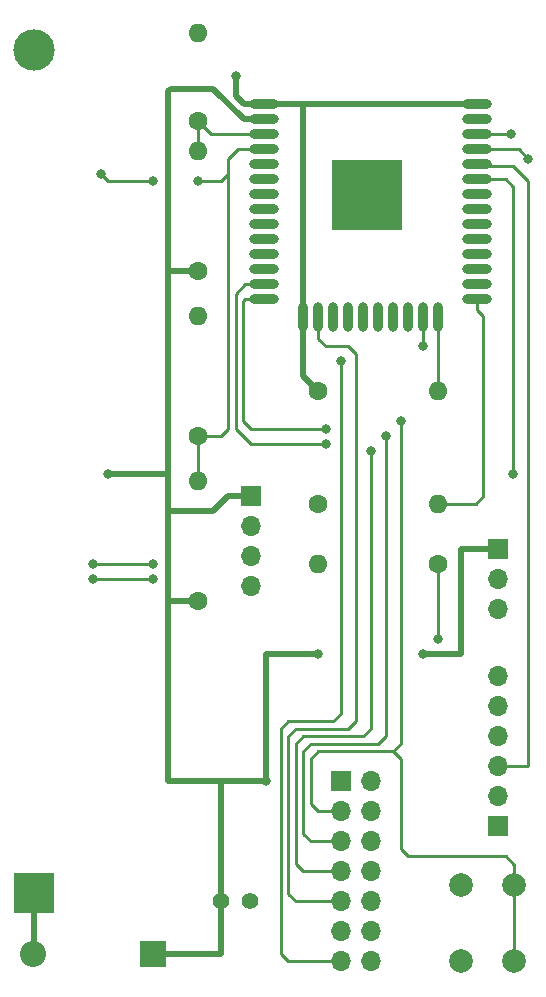
<source format=gtl>
G04 #@! TF.GenerationSoftware,KiCad,Pcbnew,(5.0.0-3-g5ebb6b6)*
G04 #@! TF.CreationDate,2018-08-01T17:04:44+02:00*
G04 #@! TF.ProjectId,esp32-sensornode,65737033322D73656E736F726E6F6465,rev?*
G04 #@! TF.SameCoordinates,Original*
G04 #@! TF.FileFunction,Copper,L1,Top,Signal*
G04 #@! TF.FilePolarity,Positive*
%FSLAX46Y46*%
G04 Gerber Fmt 4.6, Leading zero omitted, Abs format (unit mm)*
G04 Created by KiCad (PCBNEW (5.0.0-3-g5ebb6b6)) date Wednesday, 01. August 2018 um 17:04:44*
%MOMM*%
%LPD*%
G01*
G04 APERTURE LIST*
G04 #@! TA.AperFunction,ComponentPad*
%ADD10C,3.500000*%
G04 #@! TD*
G04 #@! TA.AperFunction,ComponentPad*
%ADD11R,3.500000X3.500000*%
G04 #@! TD*
G04 #@! TA.AperFunction,ComponentPad*
%ADD12C,1.600000*%
G04 #@! TD*
G04 #@! TA.AperFunction,ComponentPad*
%ADD13O,1.600000X1.600000*%
G04 #@! TD*
G04 #@! TA.AperFunction,ComponentPad*
%ADD14C,1.400000*%
G04 #@! TD*
G04 #@! TA.AperFunction,ComponentPad*
%ADD15R,2.200000X2.200000*%
G04 #@! TD*
G04 #@! TA.AperFunction,ComponentPad*
%ADD16O,2.200000X2.200000*%
G04 #@! TD*
G04 #@! TA.AperFunction,ComponentPad*
%ADD17R,1.700000X1.700000*%
G04 #@! TD*
G04 #@! TA.AperFunction,ComponentPad*
%ADD18O,1.700000X1.700000*%
G04 #@! TD*
G04 #@! TA.AperFunction,SMDPad,CuDef*
%ADD19O,2.500000X0.900000*%
G04 #@! TD*
G04 #@! TA.AperFunction,SMDPad,CuDef*
%ADD20O,0.900000X2.500000*%
G04 #@! TD*
G04 #@! TA.AperFunction,SMDPad,CuDef*
%ADD21R,6.000000X6.000000*%
G04 #@! TD*
G04 #@! TA.AperFunction,ComponentPad*
%ADD22C,2.000000*%
G04 #@! TD*
G04 #@! TA.AperFunction,ViaPad*
%ADD23C,0.800000*%
G04 #@! TD*
G04 #@! TA.AperFunction,Conductor*
%ADD24C,0.500000*%
G04 #@! TD*
G04 #@! TA.AperFunction,Conductor*
%ADD25C,0.250000*%
G04 #@! TD*
G04 APERTURE END LIST*
D10*
G04 #@! TO.P,BT1,2*
G04 #@! TO.N,GND*
X189280000Y-53650000D03*
D11*
G04 #@! TO.P,BT1,1*
G04 #@! TO.N,Net-(BT1-Pad1)*
X189280000Y-125050000D03*
G04 #@! TD*
D12*
G04 #@! TO.P,C1,1*
G04 #@! TO.N,Net-(C1-Pad1)*
X203200000Y-59690000D03*
D13*
G04 #@! TO.P,C1,2*
G04 #@! TO.N,GND*
X203200000Y-52190000D03*
G04 #@! TD*
D14*
G04 #@! TO.P,C3,1*
G04 #@! TO.N,VCC*
X205105000Y-125730000D03*
G04 #@! TO.P,C3,2*
G04 #@! TO.N,GND*
X207605000Y-125730000D03*
G04 #@! TD*
D15*
G04 #@! TO.P,D1,1*
G04 #@! TO.N,VCC*
X199390000Y-130175000D03*
D16*
G04 #@! TO.P,D1,2*
G04 #@! TO.N,Net-(BT1-Pad1)*
X189230000Y-130175000D03*
G04 #@! TD*
D17*
G04 #@! TO.P,J2,1*
G04 #@! TO.N,Net-(J2-Pad1)*
X228600000Y-119380000D03*
D18*
G04 #@! TO.P,J2,2*
G04 #@! TO.N,/TX*
X228600000Y-116840000D03*
G04 #@! TO.P,J2,3*
G04 #@! TO.N,/RX*
X228600000Y-114300000D03*
G04 #@! TO.P,J2,4*
G04 #@! TO.N,Net-(J2-Pad4)*
X228600000Y-111760000D03*
G04 #@! TO.P,J2,5*
G04 #@! TO.N,Net-(J2-Pad5)*
X228600000Y-109220000D03*
G04 #@! TO.P,J2,6*
G04 #@! TO.N,GND*
X228600000Y-106680000D03*
G04 #@! TD*
D17*
G04 #@! TO.P,J3,1*
G04 #@! TO.N,VCC*
X207645000Y-91440000D03*
D18*
G04 #@! TO.P,J3,2*
G04 #@! TO.N,GND*
X207645000Y-93980000D03*
G04 #@! TO.P,J3,3*
G04 #@! TO.N,SCL*
X207645000Y-96520000D03*
G04 #@! TO.P,J3,4*
G04 #@! TO.N,SDA*
X207645000Y-99060000D03*
G04 #@! TD*
D17*
G04 #@! TO.P,J4,1*
G04 #@! TO.N,VCC*
X228600000Y-95885000D03*
D18*
G04 #@! TO.P,J4,2*
G04 #@! TO.N,Net-(J4-Pad2)*
X228600000Y-98425000D03*
G04 #@! TO.P,J4,3*
G04 #@! TO.N,GND*
X228600000Y-100965000D03*
G04 #@! TD*
D12*
G04 #@! TO.P,R1,1*
G04 #@! TO.N,VCC*
X203200000Y-72390000D03*
D13*
G04 #@! TO.P,R1,2*
G04 #@! TO.N,Net-(C1-Pad1)*
X203200000Y-62230000D03*
G04 #@! TD*
G04 #@! TO.P,R2,2*
G04 #@! TO.N,Net-(R2-Pad2)*
X223520000Y-82550000D03*
D12*
G04 #@! TO.P,R2,1*
G04 #@! TO.N,GND*
X213360000Y-82550000D03*
G04 #@! TD*
D13*
G04 #@! TO.P,R3,2*
G04 #@! TO.N,/BOOT*
X223520000Y-92075000D03*
D12*
G04 #@! TO.P,R3,1*
G04 #@! TO.N,Net-(J4-Pad2)*
X213360000Y-92075000D03*
G04 #@! TD*
G04 #@! TO.P,R6,1*
G04 #@! TO.N,VCC*
X203200000Y-100330000D03*
D13*
G04 #@! TO.P,R6,2*
G04 #@! TO.N,VCC_SENS*
X203200000Y-90170000D03*
G04 #@! TD*
D12*
G04 #@! TO.P,R7,1*
G04 #@! TO.N,VCC_SENS*
X203200000Y-86360000D03*
D13*
G04 #@! TO.P,R7,2*
G04 #@! TO.N,GND*
X203200000Y-76200000D03*
G04 #@! TD*
D19*
G04 #@! TO.P,U1,38*
G04 #@! TO.N,GND*
X226805000Y-58250000D03*
G04 #@! TO.P,U1,37*
G04 #@! TO.N,Net-(U1-Pad37)*
X226805000Y-59520000D03*
G04 #@! TO.P,U1,36*
G04 #@! TO.N,SCL*
X226805000Y-60790000D03*
G04 #@! TO.P,U1,35*
G04 #@! TO.N,/TX*
X226805000Y-62060000D03*
G04 #@! TO.P,U1,34*
G04 #@! TO.N,/RX*
X226805000Y-63330000D03*
G04 #@! TO.P,U1,33*
G04 #@! TO.N,SDA*
X226805000Y-64600000D03*
G04 #@! TO.P,U1,32*
G04 #@! TO.N,Net-(U1-Pad32)*
X226805000Y-65870000D03*
G04 #@! TO.P,U1,31*
G04 #@! TO.N,Net-(U1-Pad31)*
X226805000Y-67140000D03*
G04 #@! TO.P,U1,30*
G04 #@! TO.N,Net-(U1-Pad30)*
X226805000Y-68410000D03*
G04 #@! TO.P,U1,29*
G04 #@! TO.N,Net-(U1-Pad29)*
X226805000Y-69680000D03*
G04 #@! TO.P,U1,28*
G04 #@! TO.N,Net-(U1-Pad28)*
X226805000Y-70950000D03*
G04 #@! TO.P,U1,27*
G04 #@! TO.N,Net-(U1-Pad27)*
X226805000Y-72220000D03*
G04 #@! TO.P,U1,26*
G04 #@! TO.N,Net-(U1-Pad26)*
X226805000Y-73490000D03*
G04 #@! TO.P,U1,25*
G04 #@! TO.N,/BOOT*
X226805000Y-74760000D03*
D20*
G04 #@! TO.P,U1,24*
G04 #@! TO.N,Net-(R2-Pad2)*
X223520000Y-76250000D03*
G04 #@! TO.P,U1,23*
G04 #@! TO.N,Net-(J1-Pad13)*
X222250000Y-76250000D03*
G04 #@! TO.P,U1,22*
G04 #@! TO.N,Net-(U1-Pad22)*
X220980000Y-76250000D03*
G04 #@! TO.P,U1,21*
G04 #@! TO.N,Net-(U1-Pad21)*
X219710000Y-76250000D03*
G04 #@! TO.P,U1,20*
G04 #@! TO.N,Net-(U1-Pad20)*
X218440000Y-76250000D03*
G04 #@! TO.P,U1,19*
G04 #@! TO.N,Net-(U1-Pad19)*
X217170000Y-76250000D03*
G04 #@! TO.P,U1,18*
G04 #@! TO.N,Net-(U1-Pad18)*
X215900000Y-76250000D03*
G04 #@! TO.P,U1,17*
G04 #@! TO.N,Net-(U1-Pad17)*
X214630000Y-76250000D03*
G04 #@! TO.P,U1,16*
G04 #@! TO.N,Net-(J1-Pad9)*
X213360000Y-76250000D03*
G04 #@! TO.P,U1,15*
G04 #@! TO.N,GND*
X212090000Y-76250000D03*
D19*
G04 #@! TO.P,U1,14*
G04 #@! TO.N,Net-(J1-Pad5)*
X208805000Y-74760000D03*
G04 #@! TO.P,U1,13*
G04 #@! TO.N,Net-(J1-Pad7)*
X208805000Y-73490000D03*
G04 #@! TO.P,U1,12*
G04 #@! TO.N,Net-(U1-Pad12)*
X208805000Y-72220000D03*
G04 #@! TO.P,U1,11*
G04 #@! TO.N,Net-(U1-Pad11)*
X208805000Y-70950000D03*
G04 #@! TO.P,U1,10*
G04 #@! TO.N,Net-(U1-Pad10)*
X208805000Y-69680000D03*
G04 #@! TO.P,U1,9*
G04 #@! TO.N,Net-(U1-Pad9)*
X208805000Y-68410000D03*
G04 #@! TO.P,U1,8*
G04 #@! TO.N,Net-(U1-Pad8)*
X208805000Y-67140000D03*
G04 #@! TO.P,U1,7*
G04 #@! TO.N,Net-(U1-Pad7)*
X208805000Y-65870000D03*
G04 #@! TO.P,U1,6*
G04 #@! TO.N,Net-(U1-Pad6)*
X208805000Y-64600000D03*
G04 #@! TO.P,U1,5*
G04 #@! TO.N,Net-(U1-Pad5)*
X208805000Y-63330000D03*
G04 #@! TO.P,U1,4*
G04 #@! TO.N,VCC_SENS*
X208805000Y-62060000D03*
G04 #@! TO.P,U1,3*
G04 #@! TO.N,Net-(C1-Pad1)*
X208805000Y-60790000D03*
G04 #@! TO.P,U1,2*
G04 #@! TO.N,VCC*
X208805000Y-59520000D03*
G04 #@! TO.P,U1,1*
G04 #@! TO.N,GND*
X208805000Y-58250000D03*
D21*
G04 #@! TO.P,U1,39*
G04 #@! TO.N,Net-(U1-Pad39)*
X217505000Y-65950000D03*
G04 #@! TD*
D22*
G04 #@! TO.P,SW1,2*
G04 #@! TO.N,Net-(C1-Pad1)*
X229925000Y-130810000D03*
G04 #@! TO.P,SW1,1*
G04 #@! TO.N,Net-(R8-Pad1)*
X225425000Y-130810000D03*
G04 #@! TO.P,SW1,2*
G04 #@! TO.N,Net-(C1-Pad1)*
X229925000Y-124310000D03*
G04 #@! TO.P,SW1,1*
G04 #@! TO.N,Net-(R8-Pad1)*
X225425000Y-124310000D03*
G04 #@! TD*
D12*
G04 #@! TO.P,R8,1*
G04 #@! TO.N,Net-(R8-Pad1)*
X223520000Y-97155000D03*
D13*
G04 #@! TO.P,R8,2*
G04 #@! TO.N,GND*
X213360000Y-97155000D03*
G04 #@! TD*
D17*
G04 #@! TO.P,J1,1*
G04 #@! TO.N,VCC*
X215265000Y-115570000D03*
D18*
G04 #@! TO.P,J1,2*
G04 #@! TO.N,Net-(J1-Pad2)*
X217805000Y-115570000D03*
G04 #@! TO.P,J1,3*
G04 #@! TO.N,Net-(C1-Pad1)*
X215265000Y-118110000D03*
G04 #@! TO.P,J1,4*
G04 #@! TO.N,GND*
X217805000Y-118110000D03*
G04 #@! TO.P,J1,5*
G04 #@! TO.N,Net-(J1-Pad5)*
X215265000Y-120650000D03*
G04 #@! TO.P,J1,6*
G04 #@! TO.N,GND*
X217805000Y-120650000D03*
G04 #@! TO.P,J1,7*
G04 #@! TO.N,Net-(J1-Pad7)*
X215265000Y-123190000D03*
G04 #@! TO.P,J1,8*
G04 #@! TO.N,GND*
X217805000Y-123190000D03*
G04 #@! TO.P,J1,9*
G04 #@! TO.N,Net-(J1-Pad9)*
X215265000Y-125730000D03*
G04 #@! TO.P,J1,10*
G04 #@! TO.N,GND*
X217805000Y-125730000D03*
G04 #@! TO.P,J1,11*
X215265000Y-128270000D03*
G04 #@! TO.P,J1,12*
X217805000Y-128270000D03*
G04 #@! TO.P,J1,13*
G04 #@! TO.N,Net-(J1-Pad13)*
X215265000Y-130810000D03*
G04 #@! TO.P,J1,14*
G04 #@! TO.N,GND*
X217805000Y-130810000D03*
G04 #@! TD*
D23*
G04 #@! TO.N,GND*
X206375000Y-55880000D03*
G04 #@! TO.N,Net-(C1-Pad1)*
X220345000Y-85090000D03*
G04 #@! TO.N,VCC*
X195580000Y-89535000D03*
X222250000Y-104775000D03*
X213360000Y-104775000D03*
X208915000Y-115570000D03*
G04 #@! TO.N,Net-(J1-Pad5)*
X213995000Y-85725000D03*
X219075000Y-86360000D03*
G04 #@! TO.N,Net-(J1-Pad7)*
X213995000Y-86995000D03*
X217805000Y-87630000D03*
G04 #@! TO.N,Net-(J1-Pad13)*
X222250000Y-78740000D03*
X215265000Y-80010000D03*
G04 #@! TO.N,VCC_SENS*
X203200000Y-64770000D03*
X199390000Y-64770000D03*
X194945000Y-64135000D03*
G04 #@! TO.N,/TX*
X231140000Y-62865000D03*
G04 #@! TO.N,Net-(R8-Pad1)*
X223520000Y-103505000D03*
G04 #@! TO.N,SCL*
X194310000Y-97155000D03*
X199390000Y-97155000D03*
X229700000Y-60790000D03*
G04 #@! TO.N,SDA*
X194310000Y-98425000D03*
X199390000Y-98425000D03*
X229870000Y-89535000D03*
G04 #@! TD*
D24*
G04 #@! TO.N,GND*
X209440000Y-58250000D02*
X208110000Y-58250000D01*
X212040000Y-76200000D02*
X212090000Y-76250000D01*
X212090000Y-81280000D02*
X212090000Y-76250000D01*
X213360000Y-82550000D02*
X212090000Y-81280000D01*
X212090000Y-76250000D02*
X212090000Y-58250000D01*
X212090000Y-58250000D02*
X227440000Y-58250000D01*
X209440000Y-58250000D02*
X212090000Y-58250000D01*
X206375000Y-57570000D02*
X206375000Y-55880000D01*
X207055000Y-58250000D02*
X206375000Y-57570000D01*
X208805000Y-58250000D02*
X207055000Y-58250000D01*
D25*
G04 #@! TO.N,Net-(BT1-Pad1)*
X189280000Y-130125000D02*
X189230000Y-130175000D01*
D24*
X189280000Y-125050000D02*
X189280000Y-130125000D01*
D25*
G04 #@! TO.N,Net-(C1-Pad1)*
X204300000Y-60790000D02*
X203200000Y-59690000D01*
X208805000Y-60790000D02*
X204300000Y-60790000D01*
X203200000Y-59690000D02*
X203200000Y-62230000D01*
X229925000Y-124310000D02*
X229925000Y-130810000D01*
X215265000Y-118110000D02*
X213360000Y-118110000D01*
X213360000Y-118110000D02*
X212725000Y-117475000D01*
X212725000Y-117475000D02*
X212725000Y-115570000D01*
X212725000Y-115570000D02*
X212725000Y-113665000D01*
X212725000Y-113665000D02*
X213360000Y-113030000D01*
X213360000Y-113030000D02*
X219075000Y-113030000D01*
X219075000Y-113030000D02*
X219076410Y-113030000D01*
X219710000Y-113030000D02*
X219075000Y-113030000D01*
X220345000Y-112395000D02*
X219710000Y-113030000D01*
X220345000Y-85090000D02*
X220345000Y-112395000D01*
X219710000Y-113030000D02*
X220345000Y-113665000D01*
X220345000Y-113665000D02*
X220345000Y-120015000D01*
X226695000Y-121920000D02*
X229235000Y-121920000D01*
X229925000Y-122610000D02*
X229925000Y-124310000D01*
X229235000Y-121920000D02*
X229925000Y-122610000D01*
X226695000Y-121920000D02*
X220980000Y-121920000D01*
X220980000Y-121920000D02*
X220345000Y-121285000D01*
X220345000Y-121285000D02*
X220345000Y-120015000D01*
D24*
G04 #@! TO.N,VCC*
X207645000Y-91440000D02*
X205740000Y-91440000D01*
X205740000Y-91440000D02*
X204470000Y-92710000D01*
X204470000Y-92710000D02*
X200660000Y-92710000D01*
X203200000Y-100330000D02*
X200660000Y-100330000D01*
X200660000Y-92710000D02*
X200660000Y-100330000D01*
X200660000Y-91440000D02*
X200660000Y-92710000D01*
X203200000Y-72390000D02*
X200660000Y-72390000D01*
X195580000Y-89535000D02*
X200660000Y-89535000D01*
X200660000Y-89535000D02*
X200660000Y-91440000D01*
X200660000Y-72390000D02*
X200660000Y-89535000D01*
X228600000Y-95885000D02*
X225425000Y-95885000D01*
X225425000Y-95885000D02*
X225425000Y-104775000D01*
X208915000Y-104775000D02*
X208915000Y-115570000D01*
X225425000Y-104775000D02*
X223520000Y-104775000D01*
X208915000Y-104775000D02*
X213360000Y-104775000D01*
X223520000Y-104775000D02*
X222250000Y-104775000D01*
X222250000Y-104775000D02*
X222250000Y-104775000D01*
X213360000Y-104775000D02*
X213360000Y-104775000D01*
X207055000Y-59520000D02*
X208805000Y-59520000D01*
X204470000Y-56935000D02*
X207055000Y-59520000D01*
X199390000Y-130175000D02*
X205105000Y-130175000D01*
X205105000Y-130175000D02*
X205105000Y-125730000D01*
X204470000Y-56935000D02*
X200875000Y-56935000D01*
X200660000Y-57150000D02*
X200660000Y-72390000D01*
X200875000Y-56935000D02*
X200660000Y-57150000D01*
X200660000Y-100330000D02*
X200660000Y-115570000D01*
X205105000Y-125730000D02*
X205105000Y-115570000D01*
X205105000Y-115570000D02*
X208915000Y-115570000D01*
X200660000Y-115570000D02*
X205105000Y-115570000D01*
D25*
G04 #@! TO.N,Net-(J1-Pad5)*
X215265000Y-120650000D02*
X212725000Y-120650000D01*
X212725000Y-120650000D02*
X212090000Y-120015000D01*
X212090000Y-120015000D02*
X212090000Y-117475000D01*
X212090000Y-117475000D02*
X212090000Y-113030000D01*
X212090000Y-113030000D02*
X212725000Y-112395000D01*
X208805000Y-74760000D02*
X207180000Y-74760000D01*
X207180000Y-74760000D02*
X207010000Y-74930000D01*
X207010000Y-74930000D02*
X207010000Y-83820000D01*
X218440000Y-112395000D02*
X219075000Y-111760000D01*
X212725000Y-112395000D02*
X218440000Y-112395000D01*
X207010000Y-83820000D02*
X207010000Y-84455000D01*
X207010000Y-84455000D02*
X207010000Y-85090000D01*
X207010000Y-85090000D02*
X207645000Y-85725000D01*
X207645000Y-85725000D02*
X213995000Y-85725000D01*
X213995000Y-85725000D02*
X213995000Y-85725000D01*
X219075000Y-86360000D02*
X219075000Y-99060000D01*
X219075000Y-111760000D02*
X219075000Y-99060000D01*
G04 #@! TO.N,Net-(J1-Pad7)*
X208805000Y-73490000D02*
X207180000Y-73490000D01*
X207180000Y-73490000D02*
X206375000Y-74295000D01*
X206375000Y-74295000D02*
X206375000Y-81915000D01*
X206375000Y-81915000D02*
X206375000Y-85091410D01*
X206375000Y-85091410D02*
X206375000Y-85725000D01*
X206375000Y-85725000D02*
X207645000Y-86995000D01*
X207645000Y-86995000D02*
X213995000Y-86995000D01*
X213995000Y-86995000D02*
X213995000Y-86995000D01*
X212090000Y-123190000D02*
X215265000Y-123190000D01*
X211455000Y-122555000D02*
X212090000Y-123190000D01*
X212090000Y-111760000D02*
X211455000Y-112395000D01*
X217805000Y-87630000D02*
X217805000Y-111125000D01*
X217170000Y-111760000D02*
X212090000Y-111760000D01*
X217805000Y-111125000D02*
X217170000Y-111760000D01*
X211455000Y-112395000D02*
X211455000Y-122555000D01*
G04 #@! TO.N,Net-(J1-Pad9)*
X213995000Y-78740000D02*
X213360000Y-78105000D01*
X216535000Y-110490000D02*
X216535000Y-79375000D01*
X213360000Y-78105000D02*
X213360000Y-76250000D01*
X215900000Y-78740000D02*
X213995000Y-78740000D01*
X211455000Y-111125000D02*
X215900000Y-111125000D01*
X215900000Y-111125000D02*
X216535000Y-110490000D01*
X210820000Y-111760000D02*
X211455000Y-111125000D01*
X210820000Y-125095000D02*
X210820000Y-111760000D01*
X211455000Y-125730000D02*
X210820000Y-125095000D01*
X216535000Y-79375000D02*
X215900000Y-78740000D01*
X215265000Y-125730000D02*
X211455000Y-125730000D01*
G04 #@! TO.N,Net-(J1-Pad13)*
X222250000Y-76250000D02*
X222250000Y-78740000D01*
X222250000Y-78740000D02*
X222250000Y-78740000D01*
X210820000Y-130810000D02*
X214062919Y-130810000D01*
X210185000Y-130175000D02*
X210820000Y-130810000D01*
X214062919Y-130810000D02*
X215265000Y-130810000D01*
X210185000Y-111125000D02*
X210185000Y-130175000D01*
X210820000Y-110490000D02*
X210185000Y-111125000D01*
X214630000Y-110490000D02*
X210820000Y-110490000D01*
X215265000Y-109855000D02*
X214630000Y-110490000D01*
X215265000Y-80010000D02*
X215265000Y-109855000D01*
G04 #@! TO.N,Net-(R2-Pad2)*
X223520000Y-82550000D02*
X223520000Y-76250000D01*
G04 #@! TO.N,VCC_SENS*
X203200000Y-90170000D02*
X203200000Y-86360000D01*
X205740000Y-62865000D02*
X206545000Y-62060000D01*
X205105000Y-86360000D02*
X205740000Y-85725000D01*
X206545000Y-62060000D02*
X208805000Y-62060000D01*
X203200000Y-86360000D02*
X205105000Y-86360000D01*
X205740000Y-64135000D02*
X205105000Y-64770000D01*
X205740000Y-85725000D02*
X205740000Y-64135000D01*
X205740000Y-64135000D02*
X205740000Y-62865000D01*
X205105000Y-64770000D02*
X203200000Y-64770000D01*
X203200000Y-64770000D02*
X203200000Y-64770000D01*
X199390000Y-64770000D02*
X195580000Y-64770000D01*
X195580000Y-64770000D02*
X194945000Y-64135000D01*
X194945000Y-64135000D02*
X194945000Y-64135000D01*
G04 #@! TO.N,/TX*
X226805000Y-62060000D02*
X230335000Y-62060000D01*
X230335000Y-62060000D02*
X231140000Y-62865000D01*
X231140000Y-62865000D02*
X231140000Y-62865000D01*
G04 #@! TO.N,/RX*
X227610000Y-63500000D02*
X227440000Y-63330000D01*
X231140000Y-114300000D02*
X228600000Y-114300000D01*
X231140000Y-64770000D02*
X231140000Y-114300000D01*
X229870000Y-63500000D02*
X231140000Y-64770000D01*
X226975000Y-63500000D02*
X229870000Y-63500000D01*
X226805000Y-63330000D02*
X226975000Y-63500000D01*
G04 #@! TO.N,Net-(R8-Pad1)*
X223520000Y-97155000D02*
X223520000Y-103505000D01*
X223520000Y-103505000D02*
X223520000Y-103505000D01*
G04 #@! TO.N,SCL*
X194310000Y-97155000D02*
X199390000Y-97155000D01*
X199390000Y-97155000D02*
X199390000Y-97155000D01*
X226805000Y-60790000D02*
X229700000Y-60790000D01*
X229700000Y-60790000D02*
X229700000Y-60790000D01*
G04 #@! TO.N,SDA*
X194310000Y-98425000D02*
X199390000Y-98425000D01*
X199390000Y-98425000D02*
X199390000Y-98425000D01*
X229235000Y-64600000D02*
X226805000Y-64600000D01*
X229870000Y-65235000D02*
X229235000Y-64600000D01*
X229870000Y-89535000D02*
X229870000Y-65235000D01*
G04 #@! TO.N,/BOOT*
X226695000Y-92075000D02*
X223520000Y-92075000D01*
X227330000Y-76200000D02*
X227330000Y-91440000D01*
X226805000Y-75675000D02*
X227330000Y-76200000D01*
X227330000Y-91440000D02*
X226695000Y-92075000D01*
X226805000Y-74760000D02*
X226805000Y-75675000D01*
G04 #@! TD*
M02*

</source>
